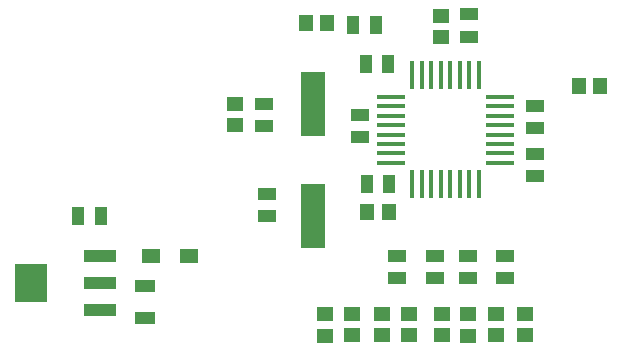
<source format=gtp>
G04*
G04 #@! TF.GenerationSoftware,Altium Limited,Altium Designer,21.0.9 (235)*
G04*
G04 Layer_Color=8421504*
%FSLAX25Y25*%
%MOIN*%
G70*
G04*
G04 #@! TF.SameCoordinates,B8C923A0-899F-4986-8B49-ABE338B4BB89*
G04*
G04*
G04 #@! TF.FilePolarity,Positive*
G04*
G01*
G75*
%ADD18R,0.04331X0.05906*%
%ADD19R,0.05906X0.04331*%
%ADD20R,0.01575X0.09449*%
%ADD21R,0.09449X0.01575*%
%ADD22R,0.05512X0.04724*%
%ADD23R,0.04724X0.05512*%
%ADD24R,0.06693X0.04331*%
%ADD25R,0.10630X0.03937*%
%ADD26R,0.10630X0.12992*%
%ADD27R,0.07874X0.21654*%
%ADD28R,0.06299X0.04724*%
D18*
X413182Y302700D02*
D03*
X420662D02*
D03*
X509000Y353500D02*
D03*
X516480D02*
D03*
X512240Y366500D02*
D03*
X504760D02*
D03*
X509260Y313500D02*
D03*
X516740D02*
D03*
D19*
X507000Y329000D02*
D03*
Y336480D02*
D03*
X475000Y340240D02*
D03*
Y332760D02*
D03*
X476000Y310240D02*
D03*
Y302760D02*
D03*
X555500Y289500D02*
D03*
Y282020D02*
D03*
X543000Y289500D02*
D03*
Y282020D02*
D03*
X519500Y289500D02*
D03*
Y282020D02*
D03*
X532000Y289500D02*
D03*
Y282020D02*
D03*
X565500Y339480D02*
D03*
Y332000D02*
D03*
Y316020D02*
D03*
Y323500D02*
D03*
X543500Y369980D02*
D03*
Y362500D02*
D03*
D20*
X524476Y349610D02*
D03*
X527626D02*
D03*
X530776D02*
D03*
X533925D02*
D03*
X537075D02*
D03*
X540224D02*
D03*
X543374D02*
D03*
X546524D02*
D03*
X546524Y313390D02*
D03*
X543374D02*
D03*
X540224D02*
D03*
X537075D02*
D03*
X533925D02*
D03*
X530776D02*
D03*
X527626D02*
D03*
X524476D02*
D03*
D21*
X553610Y342524D02*
D03*
Y339374D02*
D03*
Y336224D02*
D03*
Y333075D02*
D03*
X553610Y329925D02*
D03*
X553610Y326776D02*
D03*
Y323626D02*
D03*
Y320476D02*
D03*
X517390Y320476D02*
D03*
Y323626D02*
D03*
Y326776D02*
D03*
Y329925D02*
D03*
Y333075D02*
D03*
Y336224D02*
D03*
Y339374D02*
D03*
Y342524D02*
D03*
D22*
X465500Y340043D02*
D03*
Y332957D02*
D03*
X523500Y262957D02*
D03*
Y270043D02*
D03*
X495500Y262913D02*
D03*
Y270000D02*
D03*
X504500Y262957D02*
D03*
Y270043D02*
D03*
X562000Y262957D02*
D03*
Y270043D02*
D03*
X552500Y262957D02*
D03*
Y270043D02*
D03*
X534500D02*
D03*
Y262957D02*
D03*
X543000Y270000D02*
D03*
Y262913D02*
D03*
X514500Y270043D02*
D03*
Y262957D02*
D03*
X534000Y362500D02*
D03*
Y369587D02*
D03*
D23*
X496000Y367000D02*
D03*
X488913D02*
D03*
X509457Y304000D02*
D03*
X516543D02*
D03*
X587043Y346000D02*
D03*
X579957D02*
D03*
D24*
X435500Y268886D02*
D03*
Y279516D02*
D03*
D25*
X420500Y271445D02*
D03*
Y280500D02*
D03*
Y289555D02*
D03*
D26*
X397272Y280500D02*
D03*
D27*
X491500Y340201D02*
D03*
Y302799D02*
D03*
D28*
X437398Y289500D02*
D03*
X449996D02*
D03*
M02*

</source>
